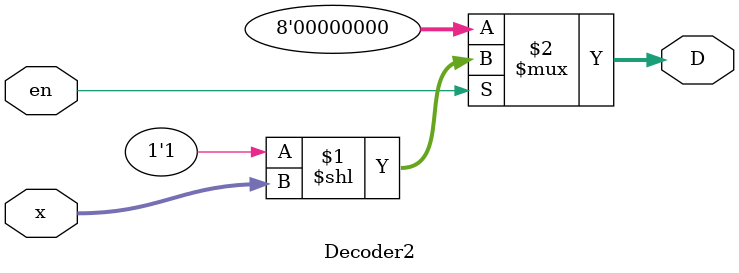
<source format=v>
module Decoder2(x, D, en);
	input [2:0]	x;
	input		en;
	output[7:0]	D;

	assign D = (en) ? 1'b1 << x : 8'h00;
endmodule
</source>
